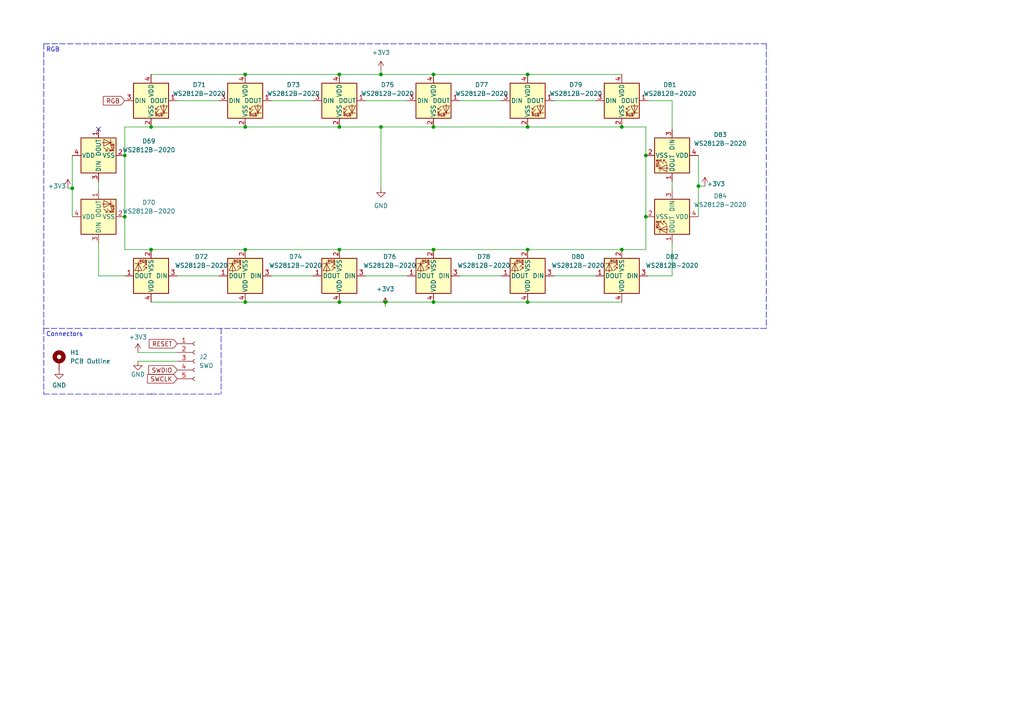
<source format=kicad_sch>
(kicad_sch (version 20211123) (generator eeschema)
  (paper "A4")
  (title_block (title "SST60 - Multi-layout 60% pcb") (date "2022-07-25") (rev "1.0"))
  (lib_symbols
    (symbol "Connector:Conn_01x05_Female" (pin_names (offset 1.016) hide)
      (property "Reference" "J" (at 0 7.62 0))
      (property "Value" "Conn_01x05_Female" (at 0 -7.62 0))
      (symbol "Conn_01x05_Female_1_1"
        (arc (start 0 -4.572) (mid -0.508 -5.08) (end 0 -5.588) (stroke (width 0.1524)))
        (arc (start 0 -2.032) (mid -0.508 -2.54) (end 0 -3.048) (stroke (width 0.1524)))
        (polyline (pts (xy -1.27 -5.08) (xy -0.508 -5.08)) (stroke (width 0.1524)))
        (polyline (pts (xy -1.27 -2.54) (xy -0.508 -2.54)) (stroke (width 0.1524)))
        (polyline (pts (xy -1.27 0) (xy -0.508 0)) (stroke (width 0.1524)))
        (polyline (pts (xy -1.27 2.54) (xy -0.508 2.54)) (stroke (width 0.1524)))
        (polyline (pts (xy -1.27 5.08) (xy -0.508 5.08)) (stroke (width 0.1524)))
        (arc (start 0 0.508) (mid -0.508 0) (end 0 -0.508) (stroke (width 0.1524)))
        (arc (start 0 3.048) (mid -0.508 2.54) (end 0 2.032) (stroke (width 0.1524)))
        (arc (start 0 5.588) (mid -0.508 5.08) (end 0 4.572) (stroke (width 0.1524)))
        (pin passive line (at -5.08 5.08 0) (length 3.81) (name "Pin_1") (number "1"))
        (pin passive line (at -5.08 2.54 0) (length 3.81) (name "Pin_2") (number "2"))
        (pin passive line (at -5.08 0 0) (length 3.81) (name "Pin_3") (number "3"))
        (pin passive line (at -5.08 -2.54 0) (length 3.81) (name "Pin_4") (number "4"))
        (pin passive line (at -5.08 -5.08 0) (length 3.81) (name "Pin_5") (number "5"))
      )
    )
    (symbol "Mechanical:MountingHole_Pad" (pin_numbers hide) (pin_names (offset 1.016) hide)
      (property "Reference" "H" (at 0 6.35 0))
      (property "Value" "MountingHole_Pad" (at 0 4.445 0))
      (symbol "MountingHole_Pad_0_1"
        (circle (center 0 1.27) (radius 1.27) (stroke (width 1.27)))
      )
      (symbol "MountingHole_Pad_1_1"
        (pin input line (at 0 -2.54 90) (length 2.54) (name "1") (number "1"))
      )
    )
    (symbol "cipulot_parts:SK6812MINI" (pin_names (offset 0.254))
      (property "Reference" "D" (at 5.08 5.715 0))
      (property "Value" "SK6812MINI" (at 1.27 -5.715 0))
      (symbol "SK6812MINI_0_0"
        (text "RGB" (at 2.286 -4.191 0) (effects (font (size 0.762 0.762))))
      )
      (symbol "SK6812MINI_0_1"
        (polyline (pts (xy 1.27 -3.556) (xy 1.778 -3.556)))
        (polyline (pts (xy 1.27 -2.54) (xy 1.778 -2.54)))
        (polyline (pts (xy 4.699 -3.556) (xy 2.667 -3.556)))
        (polyline (pts (xy 2.286 -2.54) (xy 1.27 -3.556) (xy 1.27 -3.048)))
        (polyline (pts (xy 2.286 -1.524) (xy 1.27 -2.54) (xy 1.27 -2.032)))
        (polyline (pts (xy 3.683 -1.016) (xy 3.683 -3.556) (xy 3.683 -4.064)))
        (polyline (pts (xy 4.699 -1.524) (xy 2.667 -1.524) (xy 3.683 -3.556) (xy 4.699 -1.524)))
        (rectangle (start 5.08 5.08) (end -5.08 -5.08) (stroke (width 0.254)) (fill (type background)))
      )
      (symbol "SK6812MINI_1_1"
        (pin output line (at 7.62 0 180) (length 2.54) (name "DOUT") (number "1"))
        (pin power_in line (at 0 -7.62 90) (length 2.54) (name "VSS") (number "2"))
        (pin input line (at -7.62 0 0) (length 2.54) (name "DIN") (number "3"))
        (pin power_in line (at 0 7.62 270) (length 2.54) (name "VDD") (number "4"))
      )
    )
    (symbol "power:+3V3" (power) (pin_names (offset 0))
      (property "Value" "+3V3" (at 0 3.556 0))
      (symbol "+3V3_0_1"
        (polyline (pts (xy -0.762 1.27) (xy 0 2.54)))
        (polyline (pts (xy 0 0) (xy 0 2.54)))
        (polyline (pts (xy 0 2.54) (xy 0.762 1.27)))
      )
      (symbol "+3V3_1_1"
        (pin power_in line (at 0 0 90) (length 0) hide (name "+3V3") (number "1"))
      )
    )
    (symbol "power:GND" (power) (pin_names (offset 0))
      (property "Value" "GND" (at 0 -3.81 0))
      (symbol "GND_0_1"
        (polyline (pts (xy 0 0) (xy 0 -1.27) (xy 1.27 -1.27) (xy 0 -2.54) (xy -1.27 -1.27) (xy 0 -1.27)))
      )
      (symbol "GND_1_1"
        (pin power_in line (at 0 0 270) (length 0) hide (name "GND") (number "1"))
      )
    )
  )
  (junction (at 153.035 36.83))
  (junction (at 20.955 54.61))
  (junction (at 187.325 62.865))
  (junction (at 71.12 87.63))
  (junction (at 111.76 87.63))
  (junction (at 187.325 45.085))
  (junction (at 180.34 36.83))
  (junction (at 98.425 87.63))
  (junction (at 71.12 72.39))
  (junction (at 98.425 21.59))
  (junction (at 125.73 36.83))
  (junction (at 36.195 62.865))
  (junction (at 71.12 36.83))
  (junction (at 110.49 21.59))
  (junction (at 110.49 36.83))
  (junction (at 36.195 45.085))
  (junction (at 153.035 72.39))
  (junction (at 43.815 72.39))
  (junction (at 180.34 72.39))
  (junction (at 153.035 21.59))
  (junction (at 125.73 21.59))
  (junction (at 125.73 72.39))
  (junction (at 125.73 87.63))
  (junction (at 98.425 36.83))
  (junction (at 43.815 36.83))
  (junction (at 153.035 87.63))
  (junction (at 202.565 53.975))
  (junction (at 71.12 21.59))
  (junction (at 98.425 72.39))
  (no_connect (at 28.575 37.465))
  (wire (pts (xy 98.425 72.39) (xy 71.12 72.39)))
  (wire (pts (xy 187.325 45.085) (xy 187.325 36.83)))
  (polyline (pts (xy 12.7 12.7) (xy 12.7 95.25)))
  (wire (pts (xy 40.005 104.775) (xy 51.435 104.775)))
  (wire (pts (xy 194.945 52.705) (xy 194.945 55.245)))
  (wire (pts (xy 71.12 72.39) (xy 43.815 72.39)))
  (wire (pts (xy 187.325 45.085) (xy 187.325 62.865)))
  (wire (pts (xy 194.945 80.01) (xy 187.96 80.01)))
  (wire (pts (xy 98.425 36.83) (xy 110.49 36.83)))
  (wire (pts (xy 20.955 45.085) (xy 20.955 54.61)))
  (wire (pts (xy 187.96 29.21) (xy 194.945 29.21)))
  (wire (pts (xy 106.045 29.21) (xy 118.11 29.21)))
  (wire (pts (xy 28.575 70.485) (xy 28.575 80.01)))
  (wire (pts (xy 125.73 21.59) (xy 110.49 21.59)))
  (polyline (pts (xy 12.7 12.7) (xy 222.25 12.7)))
  (wire (pts (xy 160.655 29.21) (xy 172.72 29.21)))
  (wire (pts (xy 194.945 70.485) (xy 194.945 80.01)))
  (polyline (pts (xy 222.25 12.7) (xy 222.25 95.25)))
  (wire (pts (xy 202.565 45.085) (xy 202.565 53.975)))
  (wire (pts (xy 98.425 87.63) (xy 111.76 87.63)))
  (wire (pts (xy 187.325 62.865) (xy 187.325 72.39)))
  (wire (pts (xy 160.655 80.01) (xy 172.72 80.01)))
  (wire (pts (xy 78.74 29.21) (xy 90.805 29.21)))
  (wire (pts (xy 36.195 45.085) (xy 36.195 36.83)))
  (wire (pts (xy 36.195 45.085) (xy 36.195 62.865)))
  (wire (pts (xy 153.035 36.83) (xy 180.34 36.83)))
  (wire (pts (xy 43.815 72.39) (xy 36.195 72.39)))
  (wire (pts (xy 110.49 21.59) (xy 110.49 20.32)))
  (wire (pts (xy 43.815 36.83) (xy 71.12 36.83)))
  (wire (pts (xy 202.565 53.975) (xy 204.47 53.975)))
  (wire (pts (xy 98.425 21.59) (xy 110.49 21.59)))
  (wire (pts (xy 125.73 72.39) (xy 153.035 72.39)))
  (polyline (pts (xy 12.7 114.3) (xy 44.45 114.3)))
  (wire (pts (xy 194.945 29.21) (xy 194.945 37.465)))
  (wire (pts (xy 20.955 54.61) (xy 20.955 62.865)))
  (wire (pts (xy 153.035 72.39) (xy 180.34 72.39)))
  (wire (pts (xy 36.195 80.01) (xy 28.575 80.01)))
  (wire (pts (xy 180.34 21.59) (xy 153.035 21.59)))
  (wire (pts (xy 110.49 54.61) (xy 110.49 36.83)))
  (wire (pts (xy 71.12 87.63) (xy 98.425 87.63)))
  (wire (pts (xy 40.005 102.235) (xy 51.435 102.235)))
  (wire (pts (xy 51.435 80.01) (xy 63.5 80.01)))
  (wire (pts (xy 43.815 21.59) (xy 71.12 21.59)))
  (wire (pts (xy 71.12 36.83) (xy 98.425 36.83)))
  (wire (pts (xy 28.575 52.705) (xy 28.575 55.245)))
  (wire (pts (xy 111.76 87.63) (xy 111.76 88.9)))
  (wire (pts (xy 125.73 72.39) (xy 98.425 72.39)))
  (polyline (pts (xy 43.815 114.3) (xy 64.135 114.3)))
  (polyline (pts (xy 64.135 95.25) (xy 64.135 114.3)))
  (wire (pts (xy 133.35 29.21) (xy 145.415 29.21)))
  (wire (pts (xy 36.195 62.865) (xy 36.195 72.39)))
  (wire (pts (xy 20.955 54.61) (xy 19.685 54.61)))
  (wire (pts (xy 202.565 62.865) (xy 202.565 53.975)))
  (wire (pts (xy 180.34 72.39) (xy 187.325 72.39)))
  (wire (pts (xy 125.73 87.63) (xy 153.035 87.63)))
  (polyline (pts (xy 12.7 95.25) (xy 12.7 114.3)))
  (wire (pts (xy 36.195 36.83) (xy 43.815 36.83)))
  (wire (pts (xy 133.35 80.01) (xy 145.415 80.01)))
  (wire (pts (xy 51.435 29.21) (xy 63.5 29.21)))
  (wire (pts (xy 78.74 80.01) (xy 90.805 80.01)))
  (wire (pts (xy 125.73 36.83) (xy 153.035 36.83)))
  (wire (pts (xy 43.815 87.63) (xy 71.12 87.63)))
  (wire (pts (xy 110.49 36.83) (xy 125.73 36.83)))
  (wire (pts (xy 106.045 80.01) (xy 118.11 80.01)))
  (wire (pts (xy 153.035 87.63) (xy 180.34 87.63)))
  (wire (pts (xy 111.76 87.63) (xy 125.73 87.63)))
  (wire (pts (xy 71.12 21.59) (xy 98.425 21.59)))
  (wire (pts (xy 187.325 36.83) (xy 180.34 36.83)))
  (wire (pts (xy 153.035 21.59) (xy 125.73 21.59)))
  (polyline (pts (xy 222.25 95.25) (xy 12.7 95.25)))
  (text "Connectors\n" (at 13.335 97.79 0) (effects (font (size 1.27 1.27)) (justify left bottom)))
  (text "RGB\n" (at 13.335 15.24 0) (effects (font (size 1.27 1.27)) (justify left bottom)))
  (global_label "RGB" (shape input) (at 36.195 29.21 180) (property "Intersheet References" "${INTERSHEET_REFS}" (effects hide)))
  (global_label "SWCLK" (shape input) (at 51.435 109.855 180) (property "Intersheet References" "${INTERSHEET_REFS}" (effects hide)))
  (global_label "RESET" (shape input) (at 51.435 99.695 180) (property "Intersheet References" "${INTERSHEET_REFS}" (effects hide)))
  (global_label "SWDIO" (shape input) (at 51.435 107.315 180) (property "Intersheet References" "${INTERSHEET_REFS}" (effects hide)))
  (symbol (lib_id "cipulot_parts:SK6812MINI") (at 28.575 45.085 90) (unit 1)
    (property "Reference" "D69" (at 43.18 40.9448 90))
    (property "Value" "WS2812B-2020" (at 43.18 43.4848 90))
    (property "Footprint" "LED_SMD:LED_SK6812MINI_PLCC4_3.5x3.5mm_P1.75mm" (effects hide))
    (property "Datasheet" "http://www.world-semi.com/DownLoadFile/112" (effects hide))
  )
  (symbol (lib_id "cipulot_parts:SK6812MINI") (at 28.575 62.865 90) (unit 1)
    (property "Reference" "D70" (at 43.18 58.7248 90))
    (property "Value" "WS2812B-2020" (at 43.18 61.2648 90))
    (property "Footprint" "LED_SMD:LED_SK6812MINI_PLCC4_3.5x3.5mm_P1.75mm" (effects hide))
    (property "Datasheet" "http://www.world-semi.com/DownLoadFile/112" (effects hide))
  )
  (symbol (lib_id "cipulot_parts:SK6812MINI") (at 98.425 29.21 0) (unit 1)
    (property "Reference" "D75" (at 112.395 24.5999 0))
    (property "Value" "WS2812B-2020" (at 112.395 27.1399 0))
    (property "Footprint" "LED_SMD:LED_SK6812MINI_PLCC4_3.5x3.5mm_P1.75mm" (effects hide))
    (property "Datasheet" "http://www.world-semi.com/DownLoadFile/112" (effects hide))
  )
  (symbol (lib_id "cipulot_parts:SK6812MINI") (at 71.12 80.01 180) (unit 1)
    (property "Reference" "D74" (at 85.725 74.4599 0))
    (property "Value" "WS2812B-2020" (at 85.725 76.9999 0))
    (property "Footprint" "LED_SMD:LED_SK6812MINI_PLCC4_3.5x3.5mm_P1.75mm" (effects hide))
    (property "Datasheet" "http://www.world-semi.com/DownLoadFile/112" (effects hide))
  )
  (symbol (lib_id "cipulot_parts:SK6812MINI") (at 153.035 29.21 0) (unit 1)
    (property "Reference" "D79" (at 167.005 24.5999 0))
    (property "Value" "WS2812B-2020" (at 167.005 27.1399 0))
    (property "Footprint" "LED_SMD:LED_SK6812MINI_PLCC4_3.5x3.5mm_P1.75mm" (effects hide))
    (property "Datasheet" "http://www.world-semi.com/DownLoadFile/112" (effects hide))
  )
  (symbol (lib_id "power:GND") (at 17.145 107.315 0) (unit 1)
    (property "Reference" "#PWR0141" (effects hide))
    (property "Value" "GND" (at 17.145 111.76 0))
  )
  (symbol (lib_id "cipulot_parts:SK6812MINI") (at 180.34 29.21 0) (unit 1)
    (property "Reference" "D81" (at 194.31 24.5999 0))
    (property "Value" "WS2812B-2020" (at 194.31 27.1399 0))
    (property "Footprint" "LED_SMD:LED_SK6812MINI_PLCC4_3.5x3.5mm_P1.75mm" (effects hide))
    (property "Datasheet" "http://www.world-semi.com/DownLoadFile/112" (effects hide))
  )
  (symbol (lib_id "cipulot_parts:SK6812MINI") (at 98.425 80.01 180) (unit 1)
    (property "Reference" "D76" (at 113.03 74.4599 0))
    (property "Value" "WS2812B-2020" (at 113.03 76.9999 0))
    (property "Footprint" "LED_SMD:LED_SK6812MINI_PLCC4_3.5x3.5mm_P1.75mm" (effects hide))
    (property "Datasheet" "http://www.world-semi.com/DownLoadFile/112" (effects hide))
  )
  (symbol (lib_id "Mechanical:MountingHole_Pad") (at 17.145 104.775 0) (unit 1)
    (property "Reference" "H1" (at 20.32 102.2349 0) (effects (justify left)))
    (property "Value" "PCB Outline" (at 20.32 104.7749 0) (effects (justify left)))
    (property "Footprint" "Components:L60 Outline" (effects hide))
  )
  (symbol (lib_id "power:+3V3") (at 19.685 54.61 0) (unit 1)
    (property "Reference" "#PWR0142" (effects hide))
    (property "Value" "+3V3" (at 16.51 53.975 0))
  )
  (symbol (lib_id "power:GND") (at 40.005 104.775 0) (unit 1)
    (property "Reference" "#PWR0139" (effects hide))
    (property "Value" "GND" (at 40.005 108.585 0))
  )
  (symbol (lib_id "cipulot_parts:SK6812MINI") (at 180.34 80.01 180) (unit 1)
    (property "Reference" "D82" (at 194.945 74.4599 0))
    (property "Value" "WS2812B-2020" (at 194.945 76.9999 0))
    (property "Footprint" "LED_SMD:LED_SK6812MINI_PLCC4_3.5x3.5mm_P1.75mm" (effects hide))
    (property "Datasheet" "http://www.world-semi.com/DownLoadFile/112" (effects hide))
  )
  (symbol (lib_id "cipulot_parts:SK6812MINI") (at 125.73 29.21 0) (unit 1)
    (property "Reference" "D77" (at 139.7 24.5999 0))
    (property "Value" "WS2812B-2020" (at 139.7 27.1399 0))
    (property "Footprint" "LED_SMD:LED_SK6812MINI_PLCC4_3.5x3.5mm_P1.75mm" (effects hide))
    (property "Datasheet" "http://www.world-semi.com/DownLoadFile/112" (effects hide))
  )
  (symbol (lib_id "power:+3V3") (at 111.76 88.9 0) (unit 1)
    (property "Reference" "#PWR0138" (effects hide))
    (property "Value" "+3V3" (at 111.76 83.82 0))
  )
  (symbol (lib_id "power:GND") (at 110.49 54.61 0) (unit 1)
    (property "Reference" "#PWR0137" (effects hide))
    (property "Value" "GND" (at 110.49 59.69 0))
  )
  (symbol (lib_id "cipulot_parts:SK6812MINI") (at 194.945 62.865 270) (unit 1)
    (property "Reference" "D84" (at 208.915 56.845 90))
    (property "Value" "WS2812B-2020" (at 208.915 59.385 90))
    (property "Footprint" "LED_SMD:LED_SK6812MINI_PLCC4_3.5x3.5mm_P1.75mm" (effects hide))
    (property "Datasheet" "http://www.world-semi.com/DownLoadFile/112" (effects hide))
  )
  (symbol (lib_id "power:+3V3") (at 110.49 20.32 0) (unit 1)
    (property "Reference" "#PWR0144" (effects hide))
    (property "Value" "+3V3" (at 110.49 15.24 0))
  )
  (symbol (lib_id "cipulot_parts:SK6812MINI") (at 71.12 29.21 0) (unit 1)
    (property "Reference" "D73" (at 85.09 24.5999 0))
    (property "Value" "WS2812B-2020" (at 85.09 27.1399 0))
    (property "Footprint" "LED_SMD:LED_SK6812MINI_PLCC4_3.5x3.5mm_P1.75mm" (effects hide))
    (property "Datasheet" "http://www.world-semi.com/DownLoadFile/112" (effects hide))
  )
  (symbol (lib_id "Connector:Conn_01x05_Female") (at 56.515 104.775 0) (unit 1)
    (property "Reference" "J2" (at 57.785 103.5049 0) (effects (justify left)))
    (property "Value" "SWD" (at 57.785 106.0449 0) (effects (justify left)))
    (property "Footprint" "Connector_PinHeader_2.54mm:PinHeader_1x05_P2.54mm_Vertical" (effects hide))
  )
  (symbol (lib_id "cipulot_parts:SK6812MINI") (at 194.945 45.085 270) (unit 1)
    (property "Reference" "D83" (at 208.915 39.065 90))
    (property "Value" "WS2812B-2020" (at 208.915 41.605 90))
    (property "Footprint" "LED_SMD:LED_SK6812MINI_PLCC4_3.5x3.5mm_P1.75mm" (effects hide))
    (property "Datasheet" "http://www.world-semi.com/DownLoadFile/112" (effects hide))
  )
  (symbol (lib_id "power:+3V3") (at 40.005 102.235 0) (unit 1)
    (property "Reference" "#PWR0140" (effects hide))
    (property "Value" "+3V3" (at 40.005 97.79 0))
  )
  (symbol (lib_id "cipulot_parts:SK6812MINI") (at 153.035 80.01 180) (unit 1)
    (property "Reference" "D80" (at 167.64 74.4599 0))
    (property "Value" "WS2812B-2020" (at 167.64 76.9999 0))
    (property "Footprint" "LED_SMD:LED_SK6812MINI_PLCC4_3.5x3.5mm_P1.75mm" (effects hide))
    (property "Datasheet" "http://www.world-semi.com/DownLoadFile/112" (effects hide))
  )
  (symbol (lib_id "power:+3V3") (at 204.47 53.975 0) (unit 1)
    (property "Reference" "#PWR0143" (effects hide))
    (property "Value" "+3V3" (at 207.645 53.34 0))
  )
  (symbol (lib_id "cipulot_parts:SK6812MINI") (at 43.815 80.01 180) (unit 1)
    (property "Reference" "D72" (at 58.42 74.4599 0))
    (property "Value" "WS2812B-2020" (at 58.42 76.9999 0))
    (property "Footprint" "LED_SMD:LED_SK6812MINI_PLCC4_3.5x3.5mm_P1.75mm" (effects hide))
    (property "Datasheet" "http://www.world-semi.com/DownLoadFile/112" (effects hide))
  )
  (symbol (lib_id "cipulot_parts:SK6812MINI") (at 43.815 29.21 0) (unit 1)
    (property "Reference" "D71" (at 57.785 24.5999 0))
    (property "Value" "WS2812B-2020" (at 57.785 27.1399 0))
    (property "Footprint" "LED_SMD:LED_SK6812MINI_PLCC4_3.5x3.5mm_P1.75mm" (effects hide))
    (property "Datasheet" "http://www.world-semi.com/DownLoadFile/112" (effects hide))
  )
  (symbol (lib_id "cipulot_parts:SK6812MINI") (at 125.73 80.01 180) (unit 1)
    (property "Reference" "D78" (at 140.335 74.4599 0))
    (property "Value" "WS2812B-2020" (at 140.335 76.9999 0))
    (property "Footprint" "LED_SMD:LED_SK6812MINI_PLCC4_3.5x3.5mm_P1.75mm" (effects hide))
    (property "Datasheet" "http://www.world-semi.com/DownLoadFile/112" (effects hide))
  )
)
</source>
